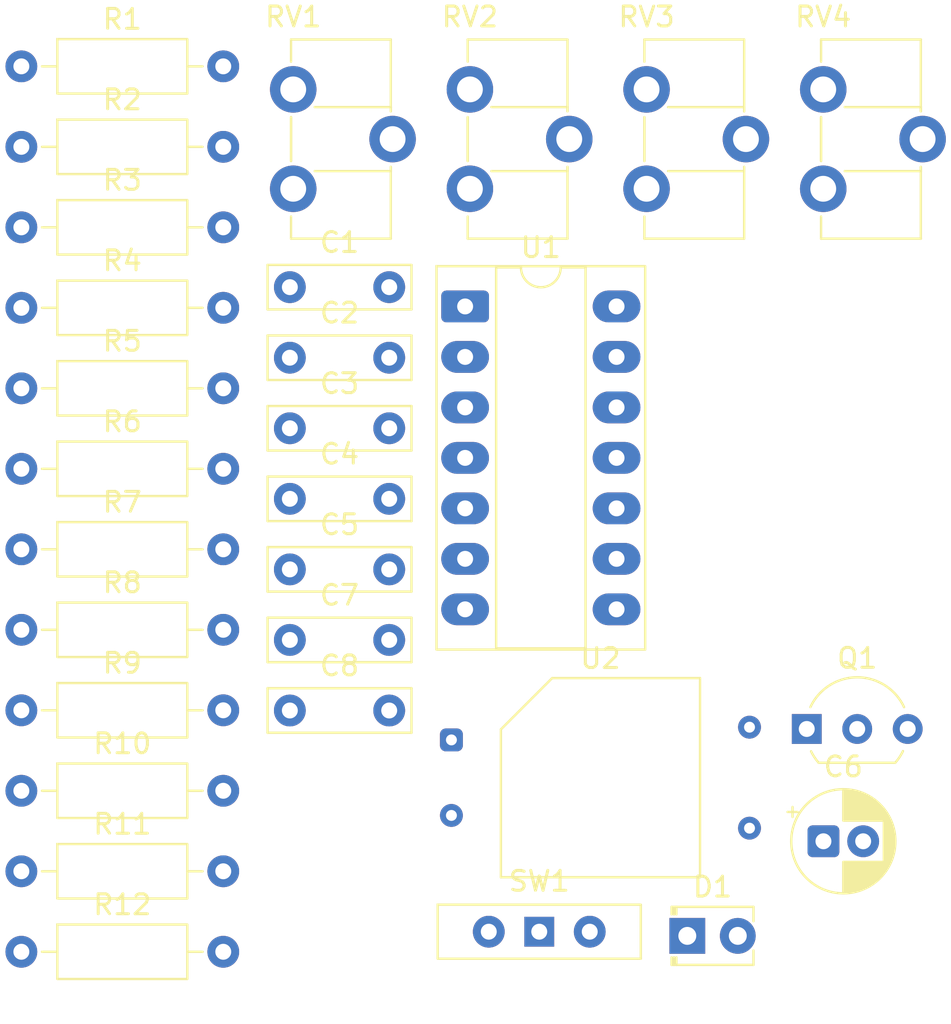
<source format=kicad_pcb>
(kicad_pcb (version 20241229) (generator "pcbnew") (generator_version "9.0")
  (layers (0 "F.Cu" signal) (2 "B.Cu" signal) (13 "F.Paste" user) (15 "B.Paste" user) (5 "F.SilkS" user "F.Silkscreen") (7 "B.SilkS" user "B.Silkscreen") (1 "F.Mask" user) (3 "B.Mask" user) (25 "Edge.Cuts" user))
  (net 0 "")
  (net 1 "Input guitar")
  (net 2 "Net-(C1-Pad2)")
  (net 3 "Net-(Q1-C)")
  (net 4 "Net-(C2-Pad2)")
  (net 5 "Net-(C3-Pad2)")
  (net 6 "Net-(C3-Pad1)")
  (net 7 "Net-(C4-Pad2)")
  (net 8 "Net-(Q1-B)")
  (net 9 "Net-(C5-Pad2)")
  (net 10 "Net-(C6-Pad1)")
  (net 11 "GND")
  (net 12 "Net-(C7-Pad2)")
  (net 13 "Net-(D1-A)")
  (net 14 "VCC")
  (net 15 "Net-(SW1-B)")
  (net 16 "Net-(R10-Pad1)")
  (net 17 "Net-(R11-Pad1)")
  (net 18 "Net-(SW1-A)")
  (net 19 "Net-(U2-+)")
  (net 20 "Output")
  (net 21 "Net-(SW1-C)")
  (footprint "Potentiometer_THT:Potentiometer_ACP_CA9-H5_Horizontal" (layer "F.Cu") (at 141.600225 64.17)
    (property "Reference" "RV3" (at 0 -3.65 0) (layer "F.SilkS"))
    (property "Value" "25K")
    (fp_line (start -0.11 -2.51) (end 4.91 -2.51) (stroke (width 0.12)) (layer "F.SilkS"))
    (fp_line (start -0.11 -1.396) (end -0.11 -2.51) (stroke (width 0.12)) (layer "F.SilkS"))
    (fp_line (start -0.11 3.604) (end -0.11 1.396) (stroke (width 0.12)) (layer "F.SilkS"))
    (fp_line (start -0.11 3.604) (end -0.11 1.396) (stroke (width 0.12)) (layer "F.SilkS"))
    (fp_line (start -0.11 7.51) (end -0.11 6.396) (stroke (width 0.12)) (layer "F.SilkS"))
    (fp_line (start 1.081 0.89) (end 4.91 0.89) (stroke (width 0.12)) (layer "F.SilkS"))
    (fp_line (start 4.91 -2.51) (end 4.91 1.103) (stroke (width 0.12)) (layer "F.SilkS"))
    (fp_line (start 4.91 0.89) (end 4.91 1.103) (stroke (width 0.12)) (layer "F.SilkS"))
    (fp_line (start 4.91 3.897) (end 4.91 4.11) (stroke (width 0.12)) (layer "F.SilkS"))
    (fp_line (start 4.91 3.897) (end 4.91 7.51) (stroke (width 0.12)) (layer "F.SilkS"))
    (fp_line (start 4.91 4.11) (end 1.081 4.11) (stroke (width 0.12)) (layer "F.SilkS"))
    (fp_line (start 4.91 7.51) (end -0.11 7.51) (stroke (width 0.12)) (layer "F.SilkS"))
    (pad "1" thru_hole circle (at 0 0) (size 2.34 2.34) (drill 1.3) (layers "*.Cu" "*.Mask") (net 13 "Net-(D1-A)"))
    (pad "2" thru_hole circle (at 5 2.5) (size 2.34 2.34) (drill 1.3) (layers "*.Cu" "*.Mask") (net 13 "Net-(D1-A)"))
    (pad "3" thru_hole circle (at 0 5) (size 2.34 2.34) (drill 1.3) (layers "*.Cu" "*.Mask") (net 17 "Net-(R11-Pad1)"))
  )
  (footprint "Resistor_THT:R_Axial_DIN0207_L6.3mm_D2.5mm_P10.16mm_Horizontal" (layer "F.Cu") (at 110.140225 67.06)
    (property "Reference" "R2" (at 5.08 -2.37 0) (layer "F.SilkS"))
    (property "Value" "1M")
    (fp_line (start 1.04 0) (end 1.81 0) (stroke (width 0.12)) (layer "F.SilkS"))
    (fp_line (start 9.12 0) (end 8.35 0) (stroke (width 0.12)) (layer "F.SilkS"))
    (fp_rect (start 1.81 -1.37) (end 8.35 1.37) (stroke (width 0.12)) (fill no) (layer "F.SilkS"))
    (pad "1" thru_hole circle (at 0 0) (size 1.6 1.6) (drill 0.8) (layers "*.Cu" "*.Mask") (net 1 "Input guitar"))
    (pad "2" thru_hole circle (at 10.16 0) (size 1.6 1.6) (drill 0.8) (layers "*.Cu" "*.Mask") (net 11 "GND"))
  )
  (footprint "Resistor_THT:R_Axial_DIN0207_L6.3mm_D2.5mm_P10.16mm_Horizontal" (layer "F.Cu") (at 110.140225 91.36)
    (property "Reference" "R8" (at 5.08 -2.37 0) (layer "F.SilkS"))
    (property "Value" "33K")
    (fp_line (start 1.04 0) (end 1.81 0) (stroke (width 0.12)) (layer "F.SilkS"))
    (fp_line (start 9.12 0) (end 8.35 0) (stroke (width 0.12)) (layer "F.SilkS"))
    (fp_rect (start 1.81 -1.37) (end 8.35 1.37) (stroke (width 0.12)) (fill no) (layer "F.SilkS"))
    (pad "1" thru_hole circle (at 0 0) (size 1.6 1.6) (drill 0.8) (layers "*.Cu" "*.Mask") (net 6 "Net-(C3-Pad1)"))
    (pad "2" thru_hole circle (at 10.16 0) (size 1.6 1.6) (drill 0.8) (layers "*.Cu" "*.Mask") (net 11 "GND"))
  )
  (footprint "Package_TO_SOT_THT:TO-92L_Inline_Wide" (layer "F.Cu") (at 149.660225 96.35)
    (property "Reference" "Q1" (at 2.54 -3.56 0) (layer "F.SilkS"))
    (property "Value" "2N2222")
    (fp_line (start 0.6 1.7) (end 4.45 1.7) (stroke (width 0.12)) (layer "F.SilkS"))
    (fp_arc (start 0.1836 -1.098807) (mid 1.143021 -2.192817) (end 2.54 -2.6) (stroke (width 0.12)) (layer "F.SilkS"))
    (fp_arc (start 0.6 1.7) (mid 0.389183 1.423933) (end 0.217369 1.122045) (stroke (width 0.12)) (layer "F.SilkS"))
    (fp_arc (start 2.54 -2.6) (mid 3.936979 -2.192818) (end 4.8964 -1.098807) (stroke (width 0.12)) (layer "F.SilkS"))
    (fp_arc (start 4.842383 1.112264) (mid 4.666594 1.419753) (end 4.45 1.7) (stroke (width 0.12)) (layer "F.SilkS"))
    (pad "1" thru_hole rect (at 0 0) (size 1.5 1.5) (drill 0.8) (layers "*.Cu" "*.Mask") (net 11 "GND"))
    (pad "2" thru_hole circle (at 2.54 0) (size 1.5 1.5) (drill 0.8) (layers "*.Cu" "*.Mask") (net 8 "Net-(Q1-B)"))
    (pad "3" thru_hole circle (at 5.08 0) (size 1.5 1.5) (drill 0.8) (layers "*.Cu" "*.Mask") (net 3 "Net-(Q1-C)"))
  )
  (footprint "Capacitor_THT:C_Rect_L7.0mm_W2.0mm_P5.00mm" (layer "F.Cu") (at 123.650225 81.22)
    (property "Reference" "C3" (at 2.5 -2.25 0) (layer "F.SilkS"))
    (property "Value" "15n")
    (fp_line (start -1.12 -1.12) (end 6.12 -1.12) (stroke (width 0.12)) (layer "F.SilkS"))
    (fp_line (start -1.12 1.12) (end -1.12 -1.12) (stroke (width 0.12)) (layer "F.SilkS"))
    (fp_line (start 6.12 -1.12) (end 6.12 1.12) (stroke (width 0.12)) (layer "F.SilkS"))
    (fp_line (start 6.12 1.12) (end -1.12 1.12) (stroke (width 0.12)) (layer "F.SilkS"))
    (pad "1" thru_hole circle (at 0 0) (size 1.6 1.6) (drill 0.8) (layers "*.Cu" "*.Mask") (net 6 "Net-(C3-Pad1)"))
    (pad "2" thru_hole circle (at 5 0) (size 1.6 1.6) (drill 0.8) (layers "*.Cu" "*.Mask") (net 5 "Net-(C3-Pad2)"))
  )
  (footprint "Resistor_THT:R_Axial_DIN0207_L6.3mm_D2.5mm_P10.16mm_Horizontal" (layer "F.Cu") (at 110.140225 83.26)
    (property "Reference" "R6" (at 5.08 -2.37 0) (layer "F.SilkS"))
    (property "Value" "180K")
    (fp_line (start 1.04 0) (end 1.81 0) (stroke (width 0.12)) (layer "F.SilkS"))
    (fp_line (start 9.12 0) (end 8.35 0) (stroke (width 0.12)) (layer "F.SilkS"))
    (fp_rect (start 1.81 -1.37) (end 8.35 1.37) (stroke (width 0.12)) (fill no) (layer "F.SilkS"))
    (pad "1" thru_hole circle (at 0 0) (size 1.6 1.6) (drill 0.8) (layers "*.Cu" "*.Mask") (net 5 "Net-(C3-Pad2)"))
    (pad "2" thru_hole circle (at 10.16 0) (size 1.6 1.6) (drill 0.8) (layers "*.Cu" "*.Mask") (net 8 "Net-(Q1-B)"))
  )
  (footprint "OptoDevice:PerkinElmer_VTL5C" (layer "F.Cu") (at 131.780225 96.9)
    (property "Reference" "U2" (at 7.5 -4.1 0) (layer "F.SilkS"))
    (property "Value" "VTL5C9")
    (fp_line (start 2.49 -0.53) (end 2.49 6.91) (stroke (width 0.12)) (layer "F.SilkS"))
    (fp_line (start 2.49 6.91) (end 12.51 6.91) (stroke (width 0.12)) (layer "F.SilkS"))
    (fp_line (start 5.07 -3.11) (end 2.49 -0.53) (stroke (width 0.12)) (layer "F.SilkS"))
    (fp_line (start 12.51 -3.11) (end 5.07 -3.11) (stroke (width 0.12)) (layer "F.SilkS"))
    (fp_line (start 12.51 6.91) (end 12.51 -3.11) (stroke (width 0.12)) (layer "F.SilkS"))
    (pad "1" thru_hole roundrect (at 0 0) (size 1.15 1.15) (drill 0.55) (layers "*.Cu" "*.Mask") (net 11 "GND"))
    (pad "2" thru_hole circle (at 0 3.8) (size 1.15 1.15) (drill 0.55) (layers "*.Cu" "*.Mask") (net 19 "Net-(U2-+)"))
    (pad "3" thru_hole circle (at 15 -0.64) (size 1.15 1.15) (drill 0.55) (layers "*.Cu" "*.Mask") (net 11 "GND"))
    (pad "4" thru_hole circle (at 15 4.44) (size 1.15 1.15) (drill 0.55) (layers "*.Cu" "*.Mask") (net 21 "Net-(SW1-C)"))
  )
  (footprint "Button_Switch_THT:SW_Slide-03_Wuerth-WS-SLTV_10x2.5x6.4_P2.54mm" (layer "F.Cu") (at 136.200225 106.55)
    (property "Reference" "SW1" (at 0 -2.54 0) (layer "F.SilkS"))
    (property "Value" "SW_Wuerth_450301014042")
    (fp_rect (start -5.11 -1.36) (end 5.11 1.36) (stroke (width 0.12)) (fill no) (layer "F.SilkS"))
    (pad "1" thru_hole rect (at 0 0) (size 1.5 1.5) (drill 0.8) (layers "*.Cu" "*.Mask") (net 15 "Net-(SW1-B)"))
    (pad "2" thru_hole circle (at -2.54 0) (size 1.6 1.6) (drill 0.8) (layers "*.Cu" "*.Mask") (net 21 "Net-(SW1-C)"))
    (pad "3" thru_hole circle (at 2.54 0) (size 1.6 1.6) (drill 0.8) (layers "*.Cu" "*.Mask") (net 18 "Net-(SW1-A)"))
  )
  (footprint "Capacitor_THT:C_Rect_L7.0mm_W2.0mm_P5.00mm" (layer "F.Cu") (at 123.650225 88.32)
    (property "Reference" "C5" (at 2.5 -2.25 0) (layer "F.SilkS"))
    (property "Value" "2.2n")
    (fp_line (start -1.12 -1.12) (end 6.12 -1.12) (stroke (width 0.12)) (layer "F.SilkS"))
    (fp_line (start -1.12 1.12) (end -1.12 -1.12) (stroke (width 0.12)) (layer "F.SilkS"))
    (fp_line (start 6.12 -1.12) (end 6.12 1.12) (stroke (width 0.12)) (layer "F.SilkS"))
    (fp_line (start 6.12 1.12) (end -1.12 1.12) (stroke (width 0.12)) (layer "F.SilkS"))
    (pad "1" thru_hole circle (at 0 0) (size 1.6 1.6) (drill 0.8) (layers "*.Cu" "*.Mask") (net 7 "Net-(C4-Pad2)"))
    (pad "2" thru_hole circle (at 5 0) (size 1.6 1.6) (drill 0.8) (layers "*.Cu" "*.Mask") (net 9 "Net-(C5-Pad2)"))
  )
  (footprint "Potentiometer_THT:Potentiometer_ACP_CA9-H5_Horizontal" (layer "F.Cu") (at 150.490225 64.17)
    (property "Reference" "RV4" (at 0 -3.65 0) (layer "F.SilkS"))
    (property "Value" "100K")
    (fp_line (start -0.11 -2.51) (end 4.91 -2.51) (stroke (width 0.12)) (layer "F.SilkS"))
    (fp_line (start -0.11 -1.396) (end -0.11 -2.51) (stroke (width 0.12)) (layer "F.SilkS"))
    (fp_line (start -0.11 3.604) (end -0.11 1.396) (stroke (width 0.12)) (layer "F.SilkS"))
    (fp_line (start -0.11 3.604) (end -0.11 1.396) (stroke (width 0.12)) (layer "F.SilkS"))
    (fp_line (start -0.11 7.51) (end -0.11 6.396) (stroke (width 0.12)) (layer "F.SilkS"))
    (fp_line (start 1.081 0.89) (end 4.91 0.89) (stroke (width 0.12)) (layer "F.SilkS"))
    (fp_line (start 4.91 -2.51) (end 4.91 1.103) (stroke (width 0.12)) (layer "F.SilkS"))
    (fp_line (start 4.91 0.89) (end 4.91 1.103) (stroke (width 0.12)) (layer "F.SilkS"))
    (fp_line (start 4.91 3.897) (end 4.91 4.11) (stroke (width 0.12)) (layer "F.SilkS"))
    (fp_line (start 4.91 3.897) (end 4.91 7.51) (stroke (width 0.12)) (layer "F.SilkS"))
    (fp_line (start 4.91 4.11) (end 1.081 4.11) (stroke (width 0.12)) (layer "F.SilkS"))
    (fp_line (start 4.91 7.51) (end -0.11 7.51) (stroke (width 0.12)) (layer "F.SilkS"))
    (pad "1" thru_hole circle (at 0 0) (size 2.34 2.34) (drill 1.3) (layers "*.Cu" "*.Mask") (net 12 "Net-(C7-Pad2)"))
    (pad "2" thru_hole circle (at 5 2.5) (size 2.34 2.34) (drill 1.3) (layers "*.Cu" "*.Mask") (net 20 "Output"))
    (pad "3" thru_hole circle (at 0 5) (size 2.34 2.34) (drill 1.3) (layers "*.Cu" "*.Mask") (net 11 "GND"))
  )
  (footprint "Potentiometer_THT:Potentiometer_ACP_CA9-H5_Horizontal" (layer "F.Cu") (at 132.710225 64.17)
    (property "Reference" "RV2" (at 0 -3.65 0) (layer "F.SilkS"))
    (property "Value" "10K")
    (fp_line (start -0.11 -2.51) (end 4.91 -2.51) (stroke (width 0.12)) (layer "F.SilkS"))
    (fp_line (start -0.11 -1.396) (end -0.11 -2.51) (stroke (width 0.12)) (layer "F.SilkS"))
    (fp_line (start -0.11 3.604) (end -0.11 1.396) (stroke (width 0.12)) (layer "F.SilkS"))
    (fp_line (start -0.11 3.604) (end -0.11 1.396) (stroke (width 0.12)) (layer "F.SilkS"))
    (fp_line (start -0.11 7.51) (end -0.11 6.396) (stroke (width 0.12)) (layer "F.SilkS"))
    (fp_line (start 1.081 0.89) (end 4.91 0.89) (stroke (width 0.12)) (layer "F.SilkS"))
    (fp_line (start 4.91 -2.51) (end 4.91 1.103) (stroke (width 0.12)) (layer "F.SilkS"))
    (fp_line (start 4.91 0.89) (end 4.91 1.103) (stroke (width 0.12)) (layer "F.SilkS"))
    (fp_line (start 4.91 3.897) (end 4.91 4.11) (stroke (width 0.12)) (layer "F.SilkS"))
    (fp_line (start 4.91 3.897) (end 4.91 7.51) (stroke (width 0.12)) (layer "F.SilkS"))
    (fp_line (start 4.91 4.11) (end 1.081 4.11) (stroke (width 0.12)) (layer "F.SilkS"))
    (fp_line (start 4.91 7.51) (end -0.11 7.51) (stroke (width 0.12)) (layer "F.SilkS"))
    (pad "1" thru_hole circle (at 0 0) (size 2.34 2.34) (drill 1.3) (layers "*.Cu" "*.Mask") (net 16 "Net-(R10-Pad1)"))
    (pad "2" thru_hole circle (at 5 2.5) (size 2.34 2.34) (drill 1.3) (layers "*.Cu" "*.Mask") (net 16 "Net-(R10-Pad1)"))
    (pad "3" thru_hole circle (at 0 5) (size 2.34 2.34) (drill 1.3) (layers "*.Cu" "*.Mask") (net 19 "Net-(U2-+)"))
  )
  (footprint "Capacitor_THT:C_Rect_L7.0mm_W2.0mm_P5.00mm" (layer "F.Cu") (at 123.650225 77.67)
    (property "Reference" "C2" (at 2.5 -2.25 0) (layer "F.SilkS"))
    (property "Value" "100n")
    (fp_line (start -1.12 -1.12) (end 6.12 -1.12) (stroke (width 0.12)) (layer "F.SilkS"))
    (fp_line (start -1.12 1.12) (end -1.12 -1.12) (stroke (width 0.12)) (layer "F.SilkS"))
    (fp_line (start 6.12 -1.12) (end 6.12 1.12) (stroke (width 0.12)) (layer "F.SilkS"))
    (fp_line (start 6.12 1.12) (end -1.12 1.12) (stroke (width 0.12)) (layer "F.SilkS"))
    (pad "1" thru_hole circle (at 0 0) (size 1.6 1.6) (drill 0.8) (layers "*.Cu" "*.Mask") (net 3 "Net-(Q1-C)"))
    (pad "2" thru_hole circle (at 5 0) (size 1.6 1.6) (drill 0.8) (layers "*.Cu" "*.Mask") (net 4 "Net-(C2-Pad2)"))
  )
  (footprint "Resistor_THT:R_Axial_DIN0207_L6.3mm_D2.5mm_P10.16mm_Horizontal" (layer "F.Cu") (at 110.140225 103.51)
    (property "Reference" "R11" (at 5.08 -2.37 0) (layer "F.SilkS"))
    (property "Value" "1K")
    (fp_line (start 1.04 0) (end 1.81 0) (stroke (width 0.12)) (layer "F.SilkS"))
    (fp_line (start 9.12 0) (end 8.35 0) (stroke (width 0.12)) (layer "F.SilkS"))
    (fp_rect (start 1.81 -1.37) (end 8.35 1.37) (stroke (width 0.12)) (fill no) (layer "F.SilkS"))
    (pad "1" thru_hole circle (at 0 0) (size 1.6 1.6) (drill 0.8) (layers "*.Cu" "*.Mask") (net 17 "Net-(R11-Pad1)"))
    (pad "2" thru_hole circle (at 10.16 0) (size 1.6 1.6) (drill 0.8) (layers "*.Cu" "*.Mask") (net 10 "Net-(C6-Pad1)"))
  )
  (footprint "Resistor_THT:R_Axial_DIN0207_L6.3mm_D2.5mm_P10.16mm_Horizontal" (layer "F.Cu") (at 110.140225 75.16)
    (property "Reference" "R4" (at 5.08 -2.37 0) (layer "F.SilkS"))
    (property "Value" "10K")
    (fp_line (start 1.04 0) (end 1.81 0) (stroke (width 0.12)) (layer "F.SilkS"))
    (fp_line (start 9.12 0) (end 8.35 0) (stroke (width 0.12)) (layer "F.SilkS"))
    (fp_rect (start 1.81 -1.37) (end 8.35 1.37) (stroke (width 0.12)) (fill no) (layer "F.SilkS"))
    (pad "1" thru_hole circle (at 0 0) (size 1.6 1.6) (drill 0.8) (layers "*.Cu" "*.Mask") (net 14 "VCC"))
    (pad "2" thru_hole circle (at 10.16 0) (size 1.6 1.6) (drill 0.8) (layers "*.Cu" "*.Mask") (net 3 "Net-(Q1-C)"))
  )
  (footprint "Resistor_THT:R_Axial_DIN0207_L6.3mm_D2.5mm_P10.16mm_Horizontal" (layer "F.Cu") (at 110.140225 99.46)
    (property "Reference" "R10" (at 5.08 -2.37 0) (layer "F.SilkS"))
    (property "Value" "2.2K")
    (fp_line (start 1.04 0) (end 1.81 0) (stroke (width 0.12)) (layer "F.SilkS"))
    (fp_line (start 9.12 0) (end 8.35 0) (stroke (width 0.12)) (layer "F.SilkS"))
    (fp_rect (start 1.81 -1.37) (end 8.35 1.37) (stroke (width 0.12)) (fill no) (layer "F.SilkS"))
    (pad "1" thru_hole circle (at 0 0) (size 1.6 1.6) (drill 0.8) (layers "*.Cu" "*.Mask") (net 16 "Net-(R10-Pad1)"))
    (pad "2" thru_hole circle (at 10.16 0) (size 1.6 1.6) (drill 0.8) (layers "*.Cu" "*.Mask") (net 13 "Net-(D1-A)"))
  )
  (footprint "Capacitor_THT:C_Rect_L7.0mm_W2.0mm_P5.00mm" (layer "F.Cu") (at 123.650225 95.42)
    (property "Reference" "C8" (at 2.5 -2.25 0) (layer "F.SilkS"))
    (property "Value" "100n")
    (fp_line (start -1.12 -1.12) (end 6.12 -1.12) (stroke (width 0.12)) (layer "F.SilkS"))
    (fp_line (start -1.12 1.12) (end -1.12 -1.12) (stroke (width 0.12)) (layer "F.SilkS"))
    (fp_line (start 6.12 -1.12) (end 6.12 1.12) (stroke (width 0.12)) (layer "F.SilkS"))
    (fp_line (start 6.12 1.12) (end -1.12 1.12) (stroke (width 0.12)) (layer "F.SilkS"))
    (pad "1" thru_hole circle (at 0 0) (size 1.6 1.6) (drill 0.8) (layers "*.Cu" "*.Mask") (net 9 "Net-(C5-Pad2)"))
    (pad "2" thru_hole circle (at 5 0) (size 1.6 1.6) (drill 0.8) (layers "*.Cu" "*.Mask") (net 3 "Net-(Q1-C)"))
  )
  (footprint "Capacitor_THT:C_Rect_L7.0mm_W2.0mm_P5.00mm" (layer "F.Cu") (at 123.650225 91.87)
    (property "Reference" "C7" (at 2.5 -2.25 0) (layer "F.SilkS"))
    (property "Value" "2.2n")
    (fp_line (start -1.12 -1.12) (end 6.12 -1.12) (stroke (width 0.12)) (layer "F.SilkS"))
    (fp_line (start -1.12 1.12) (end -1.12 -1.12) (stroke (width 0.12)) (layer "F.SilkS"))
    (fp_line (start 6.12 -1.12) (end 6.12 1.12) (stroke (width 0.12)) (layer "F.SilkS"))
    (fp_line (start 6.12 1.12) (end -1.12 1.12) (stroke (width 0.12)) (layer "F.SilkS"))
    (pad "1" thru_hole circle (at 0 0) (size 1.6 1.6) (drill 0.8) (layers "*.Cu" "*.Mask") (net 4 "Net-(C2-Pad2)"))
    (pad "2" thru_hole circle (at 5 0) (size 1.6 1.6) (drill 0.8) (layers "*.Cu" "*.Mask") (net 12 "Net-(C7-Pad2)"))
  )
  (footprint "Resistor_THT:R_Axial_DIN0207_L6.3mm_D2.5mm_P10.16mm_Horizontal" (layer "F.Cu") (at 110.140225 87.31)
    (property "Reference" "R7" (at 5.08 -2.37 0) (layer "F.SilkS"))
    (property "Value" "180K")
    (fp_line (start 1.04 0) (end 1.81 0) (stroke (width 0.12)) (layer "F.SilkS"))
    (fp_line (start 9.12 0) (end 8.35 0) (stroke (width 0.12)) (layer "F.SilkS"))
    (fp_rect (start 1.81 -1.37) (end 8.35 1.37) (stroke (width 0.12)) (fill no) (layer "F.SilkS"))
    (pad "1" thru_hole circle (at 0 0) (size 1.6 1.6) (drill 0.8) (layers "*.Cu" "*.Mask") (net 9 "Net-(C5-Pad2)"))
    (pad "2" thru_hole circle (at 10.16 0) (size 1.6 1.6) (drill 0.8) (layers "*.Cu" "*.Mask") (net 5 "Net-(C3-Pad2)"))
  )
  (footprint "Resistor_THT:R_Axial_DIN0207_L6.3mm_D2.5mm_P10.16mm_Horizontal" (layer "F.Cu") (at 110.140225 71.11)
    (property "Reference" "R3" (at 5.08 -2.37 0) (layer "F.SilkS"))
    (property "Value" "5.7M")
    (fp_line (start 1.04 0) (end 1.81 0) (stroke (width 0.12)) (layer "F.SilkS"))
    (fp_line (start 9.12 0) (end 8.35 0) (stroke (width 0.12)) (layer "F.SilkS"))
    (fp_rect (start 1.81 -1.37) (end 8.35 1.37) (stroke (width 0.12)) (fill no) (layer "F.SilkS"))
    (pad "1" thru_hole circle (at 0 0) (size 1.6 1.6) (drill 0.8) (layers "*.Cu" "*.Mask") (net 3 "Net-(Q1-C)"))
    (pad "2" thru_hole circle (at 10.16 0) (size 1.6 1.6) (drill 0.8) (layers "*.Cu" "*.Mask") (net 8 "Net-(Q1-B)"))
  )
  (footprint "LED_THT:LED_D2.0mm_W4.0mm_H2.8mm_FlatTop" (layer "F.Cu") (at 143.650225 106.76)
    (property "Reference" "D1" (at 1.27 -2.46 0) (layer "F.SilkS"))
    (property "Value" "LED")
    (fp_line (start -0.79 -1.46) (end 3.33 -1.46) (stroke (width 0.12)) (layer "F.SilkS"))
    (fp_line (start -0.79 -1.08) (end -0.79 -1.46) (stroke (width 0.12)) (layer "F.SilkS"))
    (fp_line (start -0.79 1.46) (end -0.79 1.08) (stroke (width 0.12)) (layer "F.SilkS"))
    (fp_line (start -0.67 -1.46) (end -0.67 -1.08) (stroke (width 0.12)) (layer "F.SilkS"))
    (fp_line (start -0.67 1.08) (end -0.67 1.46) (stroke (width 0.12)) (layer "F.SilkS"))
    (fp_line (start -0.55 -1.46) (end -0.55 -1.08) (stroke (width 0.12)) (layer "F.SilkS"))
    (fp_line (start -0.55 1.08) (end -0.55 1.46) (stroke (width 0.12)) (layer "F.SilkS"))
    (fp_line (start 3.33 -1.46) (end 3.33 -0.736) (stroke (width 0.12)) (layer "F.SilkS"))
    (fp_line (start 3.33 0.736) (end 3.33 1.46) (stroke (width 0.12)) (layer "F.SilkS"))
    (fp_line (start 3.33 1.46) (end -0.79 1.46) (stroke (width 0.12)) (layer "F.SilkS"))
    (pad "1" thru_hole rect (at 0 0) (size 1.8 1.8) (drill 0.9) (layers "*.Cu" "*.Mask") (net 11 "GND"))
    (pad "2" thru_hole circle (at 2.54 0) (size 1.8 1.8) (drill 0.9) (layers "*.Cu" "*.Mask") (net 13 "Net-(D1-A)"))
  )
  (footprint "Capacitor_THT:C_Rect_L7.0mm_W2.0mm_P5.00mm" (layer "F.Cu") (at 123.650225 74.12)
    (property "Reference" "C1" (at 2.5 -2.25 0) (layer "F.SilkS"))
    (property "Value" "100n")
    (fp_line (start -1.12 -1.12) (end 6.12 -1.12) (stroke (width 0.12)) (layer "F.SilkS"))
    (fp_line (start -1.12 1.12) (end -1.12 -1.12) (stroke (width 0.12)) (layer "F.SilkS"))
    (fp_line (start 6.12 -1.12) (end 6.12 1.12) (stroke (width 0.12)) (layer "F.SilkS"))
    (fp_line (start 6.12 1.12) (end -1.12 1.12) (stroke (width 0.12)) (layer "F.SilkS"))
    (pad "1" thru_hole circle (at 0 0) (size 1.6 1.6) (drill 0.8) (layers "*.Cu" "*.Mask") (net 1 "Input guitar"))
    (pad "2" thru_hole circle (at 5 0) (size 1.6 1.6) (drill 0.8) (layers "*.Cu" "*.Mask") (net 2 "Net-(C1-Pad2)"))
  )
  (footprint "Potentiometer_THT:Potentiometer_ACP_CA9-H5_Horizontal" (layer "F.Cu") (at 123.820225 64.17)
    (property "Reference" "RV1" (at 0 -3.65 0) (layer "F.SilkS"))
    (property "Value" "100K")
    (fp_line (start -0.11 -2.51) (end 4.91 -2.51) (stroke (width 0.12)) (layer "F.SilkS"))
    (fp_line (start -0.11 -1.396) (end -0.11 -2.51) (stroke (width 0.12)) (layer "F.SilkS"))
    (fp_line (start -0.11 3.604) (end -0.11 1.396) (stroke (width 0.12)) (layer "F.SilkS"))
    (fp_line (start -0.11 3.604) (end -0.11 1.396) (stroke (width 0.12)) (layer "F.SilkS"))
    (fp_line (start -0.11 7.51) (end -0.11 6.396) (stroke (width 0.12)) (layer "F.SilkS"))
    (fp_line (start 1.081 0.89) (end 4.91 0.89) (stroke (width 0.12)) (layer "F.SilkS"))
    (fp_line (start 4.91 -2.51) (end 4.91 1.103) (stroke (width 0.12)) (layer "F.SilkS"))
    (fp_line (start 4.91 0.89) (end 4.91 1.103) (stroke (width 0.12)) (layer "F.SilkS"))
    (fp_line (start 4.91 3.897) (end 4.91 4.11) (stroke (width 0.12)) (layer "F.SilkS"))
    (fp_line (start 4.91 3.897) (end 4.91 7.51) (stroke (width 0.12)) (layer "F.SilkS"))
    (fp_line (start 4.91 4.11) (end 1.081 4.11) (stroke (width 0.12)) (layer "F.SilkS"))
    (fp_line (start 4.91 7.51) (end -0.11 7.51) (stroke (width 0.12)) (layer "F.SilkS"))
    (pad "1" thru_hole circle (at 0 0) (size 2.34 2.34) (drill 1.3) (layers "*.Cu" "*.Mask") (net 18 "Net-(SW1-A)"))
    (pad "2" thru_hole circle (at 5 2.5) (size 2.34 2.34) (drill 1.3) (layers "*.Cu" "*.Mask") (net 18 "Net-(SW1-A)"))
    (pad "3" thru_hole circle (at 0 5) (size 2.34 2.34) (drill 1.3) (layers "*.Cu" "*.Mask") (net 11 "GND"))
  )
  (footprint "Resistor_THT:R_Axial_DIN0207_L6.3mm_D2.5mm_P10.16mm_Horizontal" (layer "F.Cu") (at 110.140225 79.21)
    (property "Reference" "R5" (at 5.08 -2.37 0) (layer "F.SilkS"))
    (property "Value" "47K")
    (fp_line (start 1.04 0) (end 1.81 0) (stroke (width 0.12)) (layer "F.SilkS"))
    (fp_line (start 9.12 0) (end 8.35 0) (stroke (width 0.12)) (layer "F.SilkS"))
    (fp_rect (start 1.81 -1.37) (end 8.35 1.37) (stroke (width 0.12)) (fill no) (layer "F.SilkS"))
    (pad "1" thru_hole circle (at 0 0) (size 1.6 1.6) (drill 0.8) (layers "*.Cu" "*.Mask") (net 12 "Net-(C7-Pad2)"))
    (pad "2" thru_hole circle (at 10.16 0) (size 1.6 1.6) (drill 0.8) (layers "*.Cu" "*.Mask") (net 11 "GND"))
  )
  (footprint "Capacitor_THT:CP_Radial_D5.0mm_P2.00mm" (layer "F.Cu") (at 150.5 102)
    (property "Reference" "C6" (at 1 -3.75 0) (layer "F.SilkS"))
    (property "Value" "68u")
    (fp_line (start -1.804775 -1.475) (end -1.304775 -1.475) (stroke (width 0.12)) (layer "F.SilkS"))
    (fp_line (start -1.554775 -1.725) (end -1.554775 -1.225) (stroke (width 0.12)) (layer "F.SilkS"))
    (fp_line (start 1 -2.58) (end 1 -1.04) (stroke (width 0.12)) (layer "F.SilkS"))
    (fp_line (start 1 1.04) (end 1 2.58) (stroke (width 0.12)) (layer "F.SilkS"))
    (fp_line (start 1.04 -2.58) (end 1.04 -1.04) (stroke (width 0.12)) (layer "F.SilkS"))
    (fp_line (start 1.04 1.04) (end 1.04 2.58) (stroke (width 0.12)) (layer "F.SilkS"))
    (fp_line (start 1.08 -2.579) (end 1.08 -1.04) (stroke (width 0.12)) (layer "F.SilkS"))
    (fp_line (start 1.08 1.04) (end 1.08 2.579) (stroke (width 0.12)) (layer "F.SilkS"))
    (fp_line (start 1.12 -2.577) (end 1.12 -1.04) (stroke (width 0.12)) (layer "F.SilkS"))
    (fp_line (start 1.12 1.04) (end 1.12 2.577) (stroke (width 0.12)) (layer "F.SilkS"))
    (fp_line (start 1.16 -2.575) (end 1.16 -1.04) (stroke (width 0.12)) (layer "F.SilkS"))
    (fp_line (start 1.16 1.04) (end 1.16 2.575) (stroke (width 0.12)) (layer "F.SilkS"))
    (fp_line (start 1.2 -2.572) (end 1.2 -1.04) (stroke (width 0.12)) (layer "F.SilkS"))
    (fp_line (start 1.2 1.04) (end 1.2 2.572) (stroke (width 0.12)) (layer "F.SilkS"))
    (fp_line (start 1.24 -2.569) (end 1.24 -1.04) (stroke (width 0.12)) (layer "F.SilkS"))
    (fp_line (start 1.24 1.04) (end 1.24 2.569) (stroke (width 0.12)) (layer "F.SilkS"))
    (fp_line (start 1.28 -2.565) (end 1.28 -1.04) (stroke (width 0.12)) (layer "F.SilkS"))
    (fp_line (start 1.28 1.04) (end 1.28 2.565) (stroke (width 0.12)) (layer "F.SilkS"))
    (fp_line (start 1.32 -2.56) (end 1.32 -1.04) (stroke (width 0.12)) (layer "F.SilkS"))
    (fp_line (start 1.32 1.04) (end 1.32 2.56) (stroke (width 0.12)) (layer "F.SilkS"))
    (fp_line (start 1.36 -2.555) (end 1.36 -1.04) (stroke (width 0.12)) (layer "F.SilkS"))
    (fp_line (start 1.36 1.04) (end 1.36 2.555) (stroke (width 0.12)) (layer "F.SilkS"))
    (fp_line (start 1.4 -2.549) (end 1.4 -1.04) (stroke (width 0.12)) (layer "F.SilkS"))
    (fp_line (start 1.4 1.04) (end 1.4 2.549) (stroke (width 0.12)) (layer "F.SilkS"))
    (fp_line (start 1.44 -2.543) (end 1.44 -1.04) (stroke (width 0.12)) (layer "F.SilkS"))
    (fp_line (start 1.44 1.04) (end 1.44 2.543) (stroke (width 0.12)) (layer "F.SilkS"))
    (fp_line (start 1.48 -2.536) (end 1.48 -1.04) (stroke (width 0.12)) (layer "F.SilkS"))
    (fp_line (start 1.48 1.04) (end 1.48 2.536) (stroke (width 0.12)) (layer "F.SilkS"))
    (fp_line (start 1.52 -2.528) (end 1.52 -1.04) (stroke (width 0.12)) (layer "F.SilkS"))
    (fp_line (start 1.52 1.04) (end 1.52 2.528) (stroke (width 0.12)) (layer "F.SilkS"))
    (fp_line (start 1.56 -2.519) (end 1.56 -1.04) (stroke (width 0.12)) (layer "F.SilkS"))
    (fp_line (start 1.56 1.04) (end 1.56 2.519) (stroke (width 0.12)) (layer "F.SilkS"))
    (fp_line (start 1.6 -2.51) (end 1.6 -1.04) (stroke (width 0.12)) (layer "F.SilkS"))
    (fp_line (start 1.6 1.04) (end 1.6 2.51) (stroke (width 0.12)) (layer "F.SilkS"))
    (fp_line (start 1.64 -2.501) (end 1.64 -1.04) (stroke (width 0.12)) (layer "F.SilkS"))
    (fp_line (start 1.64 1.04) (end 1.64 2.501) (stroke (width 0.12)) (layer "F.SilkS"))
    (fp_line (start 1.68 -2.49) (end 1.68 -1.04) (stroke (width 0.12)) (layer "F.SilkS"))
    (fp_line (start 1.68 1.04) (end 1.68 2.49) (stroke (width 0.12)) (layer "F.SilkS"))
    (fp_line (start 1.72 -2.479) (end 1.72 -1.04) (stroke (width 0.12)) (layer "F.SilkS"))
    (fp_line (start 1.72 1.04) (end 1.72 2.479) (stroke (width 0.12)) (layer "F.SilkS"))
    (fp_line (start 1.76 -2.467) (end 1.76 -1.04) (stroke (width 0.12)) (layer "F.SilkS"))
    (fp_line (start 1.76 1.04) (end 1.76 2.467) (stroke (width 0.12)) (layer "F.SilkS"))
    (fp_line (start 1.8 -2.455) (end 1.8 -1.04) (stroke (width 0.12)) (layer "F.SilkS"))
    (fp_line (start 1.8 1.04) (end 1.8 2.455) (stroke (width 0.12)) (layer "F.SilkS"))
    (fp_line (start 1.84 -2.442) (end 1.84 -1.04) (stroke (width 0.12)) (layer "F.SilkS"))
    (fp_line (start 1.84 1.04) (end 1.84 2.442) (stroke (width 0.12)) (layer "F.SilkS"))
    (fp_line (start 1.88 -2.428) (end 1.88 -1.04) (stroke (width 0.12)) (layer "F.SilkS"))
    (fp_line (start 1.88 1.04) (end 1.88 2.428) (stroke (width 0.12)) (layer "F.SilkS"))
    (fp_line (start 1.92 -2.413) (end 1.92 -1.04) (stroke (width 0.12)) (layer "F.SilkS"))
    (fp_line (start 1.92 1.04) (end 1.92 2.413) (stroke (width 0.12)) (layer "F.SilkS"))
    (fp_line (start 1.96 -2.398) (end 1.96 -1.04) (stroke (width 0.12)) (layer "F.SilkS"))
    (fp_line (start 1.96 1.04) (end 1.96 2.398) (stroke (width 0.12)) (layer "F.SilkS"))
    (fp_line (start 2 -2.382) (end 2 -1.04) (stroke (width 0.12)) (layer "F.SilkS"))
    (fp_line (start 2 1.04) (end 2 2.382) (stroke (width 0.12)) (layer "F.SilkS"))
    (fp_line (start 2.04 -2.365) (end 2.04 -1.04) (stroke (width 0.12)) (layer "F.SilkS"))
    (fp_line (start 2.04 1.04) (end 2.04 2.365) (stroke (width 0.12)) (layer "F.SilkS"))
    (fp_line (start 2.08 -2.347) (end 2.08 -1.04) (stroke (width 0.12)) (layer "F.SilkS"))
    (fp_line (start 2.08 1.04) (end 2.08 2.347) (stroke (width 0.12)) (layer "F.SilkS"))
    (fp_line (start 2.12 -2.329) (end 2.12 -1.04) (stroke (width 0.12)) (layer "F.SilkS"))
    (fp_line (start 2.12 1.04) (end 2.12 2.329) (stroke (width 0.12)) (layer "F.SilkS"))
    (fp_line (start 2.16 -2.309) (end 2.16 -1.04) (stroke (width 0.12)) (layer "F.SilkS"))
    (fp_line (start 2.16 1.04) (end 2.16 2.309) (stroke (width 0.12)) (layer "F.SilkS"))
    (fp_line (start 2.2 -2.289) (end 2.2 -1.04) (stroke (width 0.12)) (layer "F.SilkS"))
    (fp_line (start 2.2 1.04) (end 2.2 2.289) (stroke (width 0.12)) (layer "F.SilkS"))
    (fp_line (start 2.24 -2.268) (end 2.24 -1.04) (stroke (width 0.12)) (layer "F.SilkS"))
    (fp_line (start 2.24 1.04) (end 2.24 2.268) (stroke (width 0.12)) (layer "F.SilkS"))
    (fp_line (start 2.28 -2.246) (end 2.28 -1.04) (stroke (width 0.12)) (layer "F.SilkS"))
    (fp_line (start 2.28 1.04) (end 2.28 2.246) (stroke (width 0.12)) (layer "F.SilkS"))
    (fp_line (start 2.32 -2.223) (end 2.32 -1.04) (stroke (width 0.12)) (layer "F.SilkS"))
    (fp_line (start 2.32 1.04) (end 2.32 2.223) (stroke (width 0.12)) (layer "F.SilkS"))
    (fp_line (start 2.36 -2.199) (end 2.36 -1.04) (stroke (width 0.12)) (layer "F.SilkS"))
    (fp_line (start 2.36 1.04) (end 2.36 2.199) (stroke (width 0.12)) (layer "F.SilkS"))
    (fp_line (start 2.4 -2.175) (end 2.4 -1.04) (stroke (width 0.12)) (layer "F.SilkS"))
    (fp_line (start 2.4 1.04) (end 2.4 2.175) (stroke (width 0.12)) (layer "F.SilkS"))
    (fp_line (start 2.44 -2.149) (end 2.44 -1.04) (stroke (width 0.12)) (layer "F.SilkS"))
    (fp_line (start 2.44 1.04) (end 2.44 2.149) (stroke (width 0.12)) (layer "F.SilkS"))
    (fp_line (start 2.48 -2.122) (end 2.48 -1.04) (stroke (width 0.12)) (layer "F.SilkS"))
    (fp_line (start 2.48 1.04) (end 2.48 2.122) (stroke (width 0.12)) (layer "F.SilkS"))
    (fp_line (start 2.52 -2.094) (end 2.52 -1.04) (stroke (width 0.12)) (layer "F.SilkS"))
    (fp_line (start 2.52 1.04) (end 2.52 2.094) (stroke (width 0.12)) (layer "F.SilkS"))
    (fp_line (start 2.56 -2.065) (end 2.56 -1.04) (stroke (width 0.12)) (layer "F.SilkS"))
    (fp_line (start 2.56 1.04) (end 2.56 2.065) (stroke (width 0.12)) (layer "F.SilkS"))
    (fp_line (start 2.6 -2.035) (end 2.6 -1.04) (stroke (width 0.12)) (layer "F.SilkS"))
    (fp_line (start 2.6 1.04) (end 2.6 2.035) (stroke (width 0.12)) (layer "F.SilkS"))
    (fp_line (start 2.64 -2.003) (end 2.64 -1.04) (stroke (width 0.12)) (layer "F.SilkS"))
    (fp_line (start 2.64 1.04) (end 2.64 2.003) (stroke (width 0.12)) (layer "F.SilkS"))
    (fp_line (start 2.68 -1.97) (end 2.68 -1.04) (stroke (width 0.12)) (layer "F.SilkS"))
    (fp_line (start 2.68 1.04) (end 2.68 1.97) (stroke (width 0.12)) (layer "F.SilkS"))
    (fp_line (start 2.72 -1.936) (end 2.72 -1.04) (stroke (width 0.12)) (layer "F.SilkS"))
    (fp_line (start 2.72 1.04) (end 2.72 1.936) (stroke (width 0.12)) (layer "F.SilkS"))
    (fp_line (start 2.76 -1.901) (end 2.76 -1.04) (stroke (width 0.12)) (layer "F.SilkS"))
    (fp_line (start 2.76 1.04) (end 2.76 1.901) (stroke (width 0.12)) (layer "F.SilkS"))
    (fp_line (start 2.8 -1.864) (end 2.8 -1.04) (stroke (width 0.12)) (layer "F.SilkS"))
    (fp_line (start 2.8 1.04) (end 2.8 1.864) (stroke (width 0.12)) (layer "F.SilkS"))
    (fp_line (start 2.84 -1.825) (end 2.84 -1.04) (stroke (width 0.12)) (layer "F.SilkS"))
    (fp_line (start 2.84 1.04) (end 2.84 1.825) (stroke (width 0.12)) (layer "F.SilkS"))
    (fp_line (start 2.88 -1.785) (end 2.88 -1.04) (stroke (width 0.12)) (layer "F.SilkS"))
    (fp_line (start 2.88 1.04) (end 2.88 1.785) (stroke (width 0.12)) (layer "F.SilkS"))
    (fp_line (start 2.92 -1.743) (end 2.92 -1.04) (stroke (width 0.12)) (layer "F.SilkS"))
    (fp_line (start 2.92 1.04) (end 2.92 1.743) (stroke (width 0.12)) (layer "F.SilkS"))
    (fp_line (start 2.96 -1.699) (end 2.96 -1.04) (stroke (width 0.12)) (layer "F.SilkS"))
    (fp_line (start 2.96 1.04) (end 2.96 1.699) (stroke (width 0.12)) (layer "F.SilkS"))
    (fp_line (start 3 -1.652) (end 3 -1.04) (stroke (width 0.12)) (layer "F.SilkS"))
    (fp_line (start 3 1.04) (end 3 1.652) (stroke (width 0.12)) (layer "F.SilkS"))
    (fp_line (start 3.04 -1.604) (end 3.04 1.604) (stroke (width 0.12)) (layer "F.SilkS"))
    (fp_line (start 3.08 -1.553) (end 3.08 1.553) (stroke (width 0.12)) (layer "F.SilkS"))
    (fp_line (start 3.12 -1.499) (end 3.12 1.499) (stroke (width 0.12)) (layer "F.SilkS"))
    (fp_line (start 3.16 -1.443) (end 3.16 1.443) (stroke (width 0.12)) (layer "F.SilkS"))
    (fp_line (start 3.2 -1.383) (end 3.2 1.383) (stroke (width 0.12)) (layer "F.SilkS"))
    (fp_line (start 3.24 -1.319) (end 3.24 1.319) (stroke (width 0.12)) (layer "F.SilkS"))
    (fp_line (start 3.28 -1.251) (end 3.28 1.251) (stroke (width 0.12)) (layer "F.SilkS"))
    (fp_line (start 3.32 -1.177) (end 3.32 1.177) (stroke (width 0.12)) (layer "F.SilkS"))
    (fp_line (start 3.36 -1.098) (end 3.36 1.098) (stroke (width 0.12)) (layer "F.SilkS"))
    (fp_line (start 3.4 -1.011) (end 3.4 1.011) (stroke (width 0.12)) (layer "F.SilkS"))
    (fp_line (start 3.44 -0.914) (end 3.44 0.914) (stroke (width 0.12)) (layer "F.SilkS"))
    (fp_line (start 3.48 -0.805) (end 3.48 0.805) (stroke (width 0.12)) (layer "F.SilkS"))
    (fp_line (start 3.52 -0.677) (end 3.52 0.677) (stroke (width 0.12)) (layer "F.SilkS"))
    (fp_line (start 3.56 -0.517) (end 3.56 0.517) (stroke (width 0.12)) (layer "F.SilkS"))
    (fp_line (start 3.6 -0.283) (end 3.6 0.283) (stroke (width 0.12)) (layer "F.SilkS"))
    (fp_circle (center 1 0) (end 3.62 0) (stroke (width 0.12)) (fill no) (layer "F.SilkS"))
    (pad "1" thru_hole roundrect (at 0 0) (size 1.6 1.6) (drill 0.8) (layers "*.Cu" "*.Mask") (roundrect_rratio 0.15625) (net 10 "Net-(C6-Pad1)"))
    (pad "2" thru_hole circle (at 2 0) (size 1.6 1.6) (drill 0.8) (layers "*.Cu" "*.Mask") (net 11 "GND"))
  )
  (footprint "Capacitor_THT:C_Rect_L7.0mm_W2.0mm_P5.00mm" (layer "F.Cu") (at 123.650225 84.77)
    (property "Reference" "C4" (at 2.5 -2.25 0) (layer "F.SilkS"))
    (property "Value" "2.2n")
    (fp_line (start -1.12 -1.12) (end 6.12 -1.12) (stroke (width 0.12)) (layer "F.SilkS"))
    (fp_line (start -1.12 1.12) (end -1.12 -1.12) (stroke (width 0.12)) (layer "F.SilkS"))
    (fp_line (start 6.12 -1.12) (end 6.12 1.12) (stroke (width 0.12)) (layer "F.SilkS"))
    (fp_line (start 6.12 1.12) (end -1.12 1.12) (stroke (width 0.12)) (layer "F.SilkS"))
    (pad "1" thru_hole circle (at 0 0) (size 1.6 1.6) (drill 0.8) (layers "*.Cu" "*.Mask") (net 8 "Net-(Q1-B)"))
    (pad "2" thru_hole circle (at 5 0) (size 1.6 1.6) (drill 0.8) (layers "*.Cu" "*.Mask") (net 7 "Net-(C4-Pad2)"))
  )
  (footprint "Resistor_THT:R_Axial_DIN0207_L6.3mm_D2.5mm_P10.16mm_Horizontal" (layer "F.Cu") (at 110.140225 107.56)
    (property "Reference" "R12" (at 5.08 -2.37 0) (layer "F.SilkS"))
    (property "Value" "100K")
    (fp_line (start 1.04 0) (end 1.81 0) (stroke (width 0.12)) (layer "F.SilkS"))
    (fp_line (start 9.12 0) (end 8.35 0) (stroke (width 0.12)) (layer "F.SilkS"))
    (fp_rect (start 1.81 -1.37) (end 8.35 1.37) (stroke (width 0.12)) (fill no) (layer "F.SilkS"))
    (pad "1" thru_hole circle (at 0 0) (size 1.6 1.6) (drill 0.8) (layers "*.Cu" "*.Mask") (net 12 "Net-(C7-Pad2)"))
    (pad "2" thru_hole circle (at 10.16 0) (size 1.6 1.6) (drill 0.8) (layers "*.Cu" "*.Mask") (net 4 "Net-(C2-Pad2)"))
  )
  (footprint "Resistor_THT:R_Axial_DIN0207_L6.3mm_D2.5mm_P10.16mm_Horizontal" (layer "F.Cu") (at 110.140225 95.41)
    (property "Reference" "R9" (at 5.08 -2.37 0) (layer "F.SilkS"))
    (property "Value" "33K")
    (fp_line (start 1.04 0) (end 1.81 0) (stroke (width 0.12)) (layer "F.SilkS"))
    (fp_line (start 9.12 0) (end 8.35 0) (stroke (width 0.12)) (layer "F.SilkS"))
    (fp_rect (start 1.81 -1.37) (end 8.35 1.37) (stroke (width 0.12)) (fill no) (layer "F.SilkS"))
    (pad "1" thru_hole circle (at 0 0) (size 1.6 1.6) (drill 0.8) (layers "*.Cu" "*.Mask") (net 7 "Net-(C4-Pad2)"))
    (pad "2" thru_hole circle (at 10.16 0) (size 1.6 1.6) (drill 0.8) (layers "*.Cu" "*.Mask") (net 15 "Net-(SW1-B)"))
  )
  (footprint "Resistor_THT:R_Axial_DIN0207_L6.3mm_D2.5mm_P10.16mm_Horizontal" (layer "F.Cu") (at 110.140225 63.01)
    (property "Reference" "R1" (at 5.08 -2.37 0) (layer "F.SilkS"))
    (property "Value" "330K")
    (fp_line (start 1.04 0) (end 1.81 0) (stroke (width 0.12)) (layer "F.SilkS"))
    (fp_line (start 9.12 0) (end 8.35 0) (stroke (width 0.12)) (layer "F.SilkS"))
    (fp_rect (start 1.81 -1.37) (end 8.35 1.37) (stroke (width 0.12)) (fill no) (layer "F.SilkS"))
    (pad "1" thru_hole circle (at 0 0) (size 1.6 1.6) (drill 0.8) (layers "*.Cu" "*.Mask") (net 8 "Net-(Q1-B)"))
    (pad "2" thru_hole circle (at 10.16 0) (size 1.6 1.6) (drill 0.8) (layers "*.Cu" "*.Mask") (net 2 "Net-(C1-Pad2)"))
  )
  (footprint "Package_DIP:CERDIP-14_W7.62mm_SideBrazed_LongPads_Socket" (layer "F.Cu") (at 132.470225 75.09)
    (property "Reference" "U1" (at 3.81 -2.965 0) (layer "F.SilkS"))
    (property "Value" "40106")
    (fp_line (start 1.56 -1.965) (end 1.56 17.205) (stroke (width 0.12)) (layer "F.SilkS"))
    (fp_line (start 1.56 17.205) (end 6.06 17.205) (stroke (width 0.12)) (layer "F.SilkS"))
    (fp_line (start 2.81 -1.965) (end 1.56 -1.965) (stroke (width 0.12)) (layer "F.SilkS"))
    (fp_line (start 6.06 -1.965) (end 4.81 -1.965) (stroke (width 0.12)) (layer "F.SilkS"))
    (fp_line (start 6.06 17.205) (end 6.06 -1.965) (stroke (width 0.12)) (layer "F.SilkS"))
    (fp_rect (start -1.44 -2.025) (end 9.06 17.265) (stroke (width 0.12)) (fill no) (layer "F.SilkS"))
    (fp_arc (start 4.81 -1.965) (mid 3.81 -0.965) (end 2.81 -1.965) (stroke (width 0.12)) (layer "F.SilkS"))
    (pad "1" thru_hole roundrect (at 0 0) (size 2.4 1.6) (drill 0.8) (layers "*.Cu" "*.Mask") (roundrect_rratio 0.15625) (net 10 "Net-(C6-Pad1)"))
    (pad "2" thru_hole oval (at 0 2.54) (size 2.4 1.6) (drill 0.8) (layers "*.Cu" "*.Mask") (net 13 "Net-(D1-A)"))
    (pad "3" thru_hole oval (at 0 5.08) (size 2.4 1.6) (drill 0.8) (layers "*.Cu" "*.Mask") (net 11 "GND"))
    (pad "4" thru_hole oval (at 0 7.62) (size 2.4 1.6) (drill 0.8) (layers "*.Cu" "*.Mask"))
    (pad "5" thru_hole oval (at 0 10.16) (size 2.4 1.6) (drill 0.8) (layers "*.Cu" "*.Mask") (net 11 "GND"))
    (pad "6" thru_hole oval (at 0 12.7) (size 2.4 1.6) (drill 0.8) (layers "*.Cu" "*.Mask"))
    (pad "7" thru_hole oval (at 0 15.24) (size 2.4 1.6) (drill 0.8) (layers "*.Cu" "*.Mask") (net 11 "GND"))
    (pad "8" thru_hole oval (at 7.62 15.24) (size 2.4 1.6) (drill 0.8) (layers "*.Cu" "*.Mask"))
    (pad "9" thru_hole oval (at 7.62 12.7) (size 2.4 1.6) (drill 0.8) (layers "*.Cu" "*.Mask") (net 11 "GND"))
    (pad "10" thru_hole oval (at 7.62 10.16) (size 2.4 1.6) (drill 0.8) (layers "*.Cu" "*.Mask"))
    (pad "11" thru_hole oval (at 7.62 7.62) (size 2.4 1.6) (drill 0.8) (layers "*.Cu" "*.Mask") (net 11 "GND"))
    (pad "12" thru_hole oval (at 7.62 5.08) (size 2.4 1.6) (drill 0.8) (layers "*.Cu" "*.Mask"))
    (pad "13" thru_hole oval (at 7.62 2.54) (size 2.4 1.6) (drill 0.8) (layers "*.Cu" "*.Mask") (net 11 "GND"))
    (pad "14" thru_hole oval (at 7.62 0) (size 2.4 1.6) (drill 0.8) (layers "*.Cu" "*.Mask") (net 14 "VCC"))
  )
)
</source>
